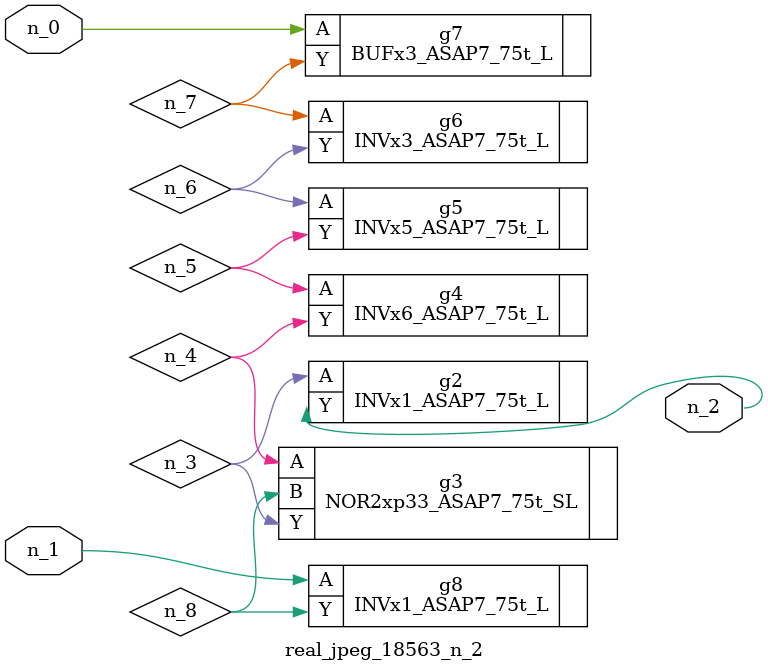
<source format=v>
module real_jpeg_18563_n_2 (n_1, n_0, n_2);

input n_1;
input n_0;

output n_2;

wire n_5;
wire n_8;
wire n_4;
wire n_6;
wire n_7;
wire n_3;

BUFx3_ASAP7_75t_L g7 ( 
.A(n_0),
.Y(n_7)
);

INVx1_ASAP7_75t_L g8 ( 
.A(n_1),
.Y(n_8)
);

INVx1_ASAP7_75t_L g2 ( 
.A(n_3),
.Y(n_2)
);

NOR2xp33_ASAP7_75t_SL g3 ( 
.A(n_4),
.B(n_8),
.Y(n_3)
);

INVx6_ASAP7_75t_L g4 ( 
.A(n_5),
.Y(n_4)
);

INVx5_ASAP7_75t_L g5 ( 
.A(n_6),
.Y(n_5)
);

INVx3_ASAP7_75t_L g6 ( 
.A(n_7),
.Y(n_6)
);


endmodule
</source>
